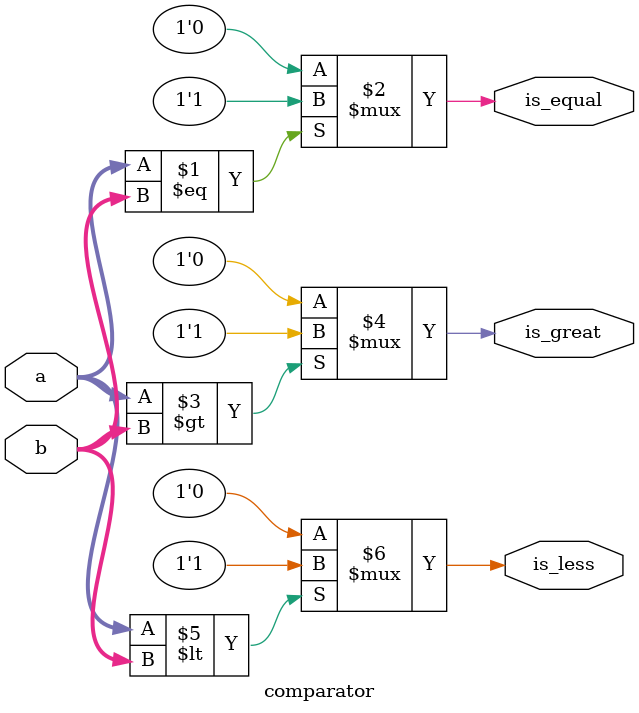
<source format=v>
`timescale 1ns / 1ps


module comparator(a, b, is_equal, is_great, is_less);
    parameter WIDTH = 8;
    
    input [WIDTH-1:0] a, b;
    output is_equal, is_great, is_less;
    
    assign is_equal = (a == b) ? 1'b1 : 1'b0;
    assign is_great = (a > b) ? 1'b1 : 1'b0;
    assign is_less = (a < b) ? 1'b1 : 1'b0;
endmodule

</source>
